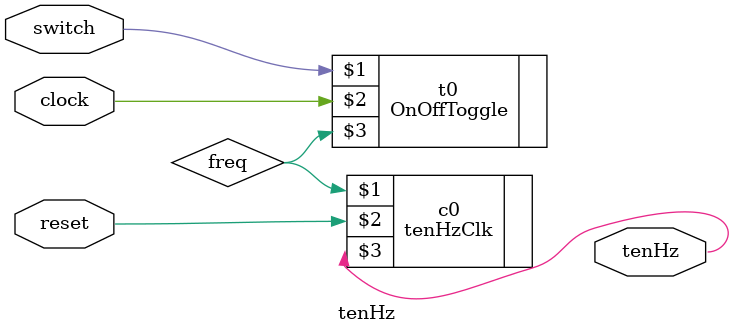
<source format=v>
module tenHz
(
	input clock, reset, switch,
	output tenHz
);
	wire freq;
	OnOffToggle t0 (switch, clock, freq);
	tenHzClk c0 (freq, reset, tenHz);
endmodule 
</source>
